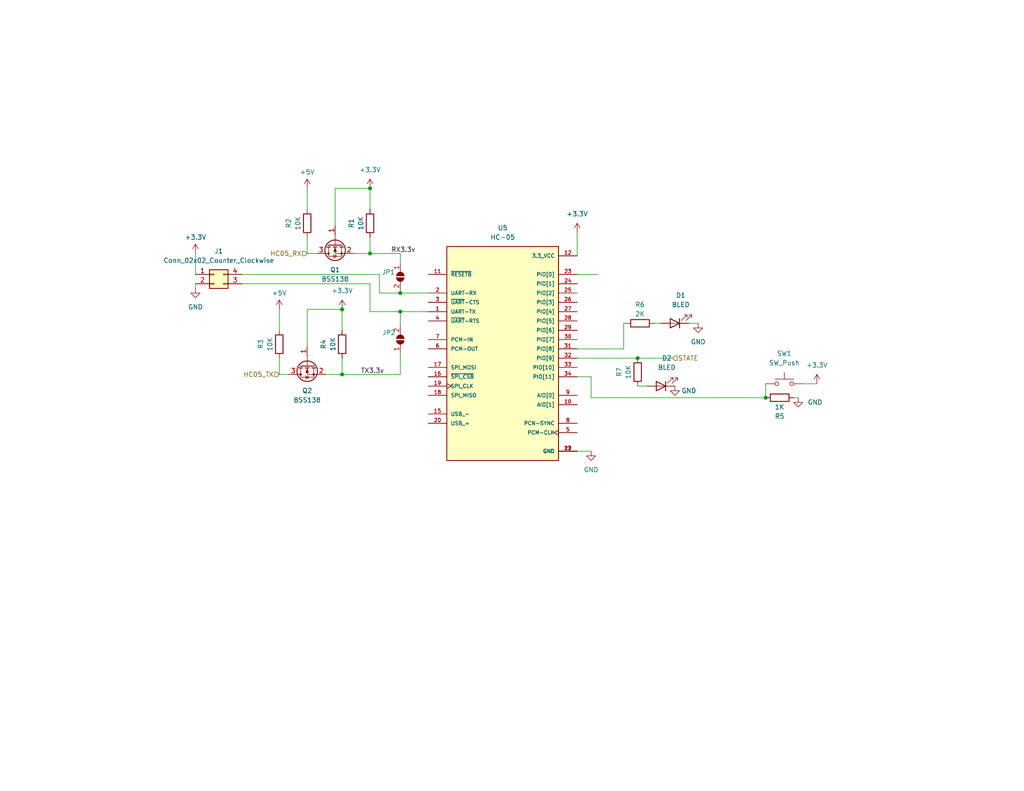
<source format=kicad_sch>
(kicad_sch (version 20230121) (generator eeschema)

  (uuid 500a00b2-0942-4dfa-baca-6678e37358e1)

  (paper "A")

  (lib_symbols
    (symbol "+3.3V_1" (power) (pin_names (offset 0)) (in_bom yes) (on_board yes)
      (property "Reference" "#PWR" (at 0 -3.81 0)
        (effects (font (size 1.27 1.27)) hide)
      )
      (property "Value" "+3.3V_1" (at 0 3.556 0)
        (effects (font (size 1.27 1.27)))
      )
      (property "Footprint" "" (at 0 0 0)
        (effects (font (size 1.27 1.27)) hide)
      )
      (property "Datasheet" "" (at 0 0 0)
        (effects (font (size 1.27 1.27)) hide)
      )
      (property "ki_keywords" "global power" (at 0 0 0)
        (effects (font (size 1.27 1.27)) hide)
      )
      (property "ki_description" "Power symbol creates a global label with name \"+3.3V\"" (at 0 0 0)
        (effects (font (size 1.27 1.27)) hide)
      )
      (symbol "+3.3V_1_0_1"
        (polyline
          (pts
            (xy -0.762 1.27)
            (xy 0 2.54)
          )
          (stroke (width 0) (type default))
          (fill (type none))
        )
        (polyline
          (pts
            (xy 0 0)
            (xy 0 2.54)
          )
          (stroke (width 0) (type default))
          (fill (type none))
        )
        (polyline
          (pts
            (xy 0 2.54)
            (xy 0.762 1.27)
          )
          (stroke (width 0) (type default))
          (fill (type none))
        )
      )
      (symbol "+3.3V_1_1_1"
        (pin power_in line (at 0 0 90) (length 0) hide
          (name "+3.3V" (effects (font (size 1.27 1.27))))
          (number "1" (effects (font (size 1.27 1.27))))
        )
      )
    )
    (symbol "Connector_Generic:Conn_02x02_Counter_Clockwise" (pin_names (offset 1.016) hide) (in_bom yes) (on_board yes)
      (property "Reference" "J" (at 1.27 2.54 0)
        (effects (font (size 1.27 1.27)))
      )
      (property "Value" "Conn_02x02_Counter_Clockwise" (at 1.27 -5.08 0)
        (effects (font (size 1.27 1.27)))
      )
      (property "Footprint" "" (at 0 0 0)
        (effects (font (size 1.27 1.27)) hide)
      )
      (property "Datasheet" "~" (at 0 0 0)
        (effects (font (size 1.27 1.27)) hide)
      )
      (property "ki_keywords" "connector" (at 0 0 0)
        (effects (font (size 1.27 1.27)) hide)
      )
      (property "ki_description" "Generic connector, double row, 02x02, counter clockwise pin numbering scheme (similar to DIP package numbering), script generated (kicad-library-utils/schlib/autogen/connector/)" (at 0 0 0)
        (effects (font (size 1.27 1.27)) hide)
      )
      (property "ki_fp_filters" "Connector*:*_2x??_*" (at 0 0 0)
        (effects (font (size 1.27 1.27)) hide)
      )
      (symbol "Conn_02x02_Counter_Clockwise_1_1"
        (rectangle (start -1.27 -2.413) (end 0 -2.667)
          (stroke (width 0.1524) (type default))
          (fill (type none))
        )
        (rectangle (start -1.27 0.127) (end 0 -0.127)
          (stroke (width 0.1524) (type default))
          (fill (type none))
        )
        (rectangle (start -1.27 1.27) (end 3.81 -3.81)
          (stroke (width 0.254) (type default))
          (fill (type background))
        )
        (rectangle (start 3.81 -2.413) (end 2.54 -2.667)
          (stroke (width 0.1524) (type default))
          (fill (type none))
        )
        (rectangle (start 3.81 0.127) (end 2.54 -0.127)
          (stroke (width 0.1524) (type default))
          (fill (type none))
        )
        (pin passive line (at -5.08 0 0) (length 3.81)
          (name "Pin_1" (effects (font (size 1.27 1.27))))
          (number "1" (effects (font (size 1.27 1.27))))
        )
        (pin passive line (at -5.08 -2.54 0) (length 3.81)
          (name "Pin_2" (effects (font (size 1.27 1.27))))
          (number "2" (effects (font (size 1.27 1.27))))
        )
        (pin passive line (at 7.62 -2.54 180) (length 3.81)
          (name "Pin_3" (effects (font (size 1.27 1.27))))
          (number "3" (effects (font (size 1.27 1.27))))
        )
        (pin passive line (at 7.62 0 180) (length 3.81)
          (name "Pin_4" (effects (font (size 1.27 1.27))))
          (number "4" (effects (font (size 1.27 1.27))))
        )
      )
    )
    (symbol "Device:LED" (pin_numbers hide) (pin_names (offset 1.016) hide) (in_bom yes) (on_board yes)
      (property "Reference" "D" (at 0 2.54 0)
        (effects (font (size 1.27 1.27)))
      )
      (property "Value" "LED" (at 0 -2.54 0)
        (effects (font (size 1.27 1.27)))
      )
      (property "Footprint" "" (at 0 0 0)
        (effects (font (size 1.27 1.27)) hide)
      )
      (property "Datasheet" "~" (at 0 0 0)
        (effects (font (size 1.27 1.27)) hide)
      )
      (property "ki_keywords" "LED diode" (at 0 0 0)
        (effects (font (size 1.27 1.27)) hide)
      )
      (property "ki_description" "Light emitting diode" (at 0 0 0)
        (effects (font (size 1.27 1.27)) hide)
      )
      (property "ki_fp_filters" "LED* LED_SMD:* LED_THT:*" (at 0 0 0)
        (effects (font (size 1.27 1.27)) hide)
      )
      (symbol "LED_0_1"
        (polyline
          (pts
            (xy -1.27 -1.27)
            (xy -1.27 1.27)
          )
          (stroke (width 0.254) (type default))
          (fill (type none))
        )
        (polyline
          (pts
            (xy -1.27 0)
            (xy 1.27 0)
          )
          (stroke (width 0) (type default))
          (fill (type none))
        )
        (polyline
          (pts
            (xy 1.27 -1.27)
            (xy 1.27 1.27)
            (xy -1.27 0)
            (xy 1.27 -1.27)
          )
          (stroke (width 0.254) (type default))
          (fill (type none))
        )
        (polyline
          (pts
            (xy -3.048 -0.762)
            (xy -4.572 -2.286)
            (xy -3.81 -2.286)
            (xy -4.572 -2.286)
            (xy -4.572 -1.524)
          )
          (stroke (width 0) (type default))
          (fill (type none))
        )
        (polyline
          (pts
            (xy -1.778 -0.762)
            (xy -3.302 -2.286)
            (xy -2.54 -2.286)
            (xy -3.302 -2.286)
            (xy -3.302 -1.524)
          )
          (stroke (width 0) (type default))
          (fill (type none))
        )
      )
      (symbol "LED_1_1"
        (pin passive line (at -3.81 0 0) (length 2.54)
          (name "K" (effects (font (size 1.27 1.27))))
          (number "1" (effects (font (size 1.27 1.27))))
        )
        (pin passive line (at 3.81 0 180) (length 2.54)
          (name "A" (effects (font (size 1.27 1.27))))
          (number "2" (effects (font (size 1.27 1.27))))
        )
      )
    )
    (symbol "Device:R" (pin_numbers hide) (pin_names (offset 0)) (in_bom yes) (on_board yes)
      (property "Reference" "R" (at 2.032 0 90)
        (effects (font (size 1.27 1.27)))
      )
      (property "Value" "R" (at 0 0 90)
        (effects (font (size 1.27 1.27)))
      )
      (property "Footprint" "" (at -1.778 0 90)
        (effects (font (size 1.27 1.27)) hide)
      )
      (property "Datasheet" "~" (at 0 0 0)
        (effects (font (size 1.27 1.27)) hide)
      )
      (property "ki_keywords" "R res resistor" (at 0 0 0)
        (effects (font (size 1.27 1.27)) hide)
      )
      (property "ki_description" "Resistor" (at 0 0 0)
        (effects (font (size 1.27 1.27)) hide)
      )
      (property "ki_fp_filters" "R_*" (at 0 0 0)
        (effects (font (size 1.27 1.27)) hide)
      )
      (symbol "R_0_1"
        (rectangle (start -1.016 -2.54) (end 1.016 2.54)
          (stroke (width 0.254) (type default))
          (fill (type none))
        )
      )
      (symbol "R_1_1"
        (pin passive line (at 0 3.81 270) (length 1.27)
          (name "~" (effects (font (size 1.27 1.27))))
          (number "1" (effects (font (size 1.27 1.27))))
        )
        (pin passive line (at 0 -3.81 90) (length 1.27)
          (name "~" (effects (font (size 1.27 1.27))))
          (number "2" (effects (font (size 1.27 1.27))))
        )
      )
    )
    (symbol "Jumper:SolderJumper_2_Open" (pin_names (offset 0) hide) (in_bom yes) (on_board yes)
      (property "Reference" "JP" (at 0 2.032 0)
        (effects (font (size 1.27 1.27)))
      )
      (property "Value" "SolderJumper_2_Open" (at 0 -2.54 0)
        (effects (font (size 1.27 1.27)))
      )
      (property "Footprint" "" (at 0 0 0)
        (effects (font (size 1.27 1.27)) hide)
      )
      (property "Datasheet" "~" (at 0 0 0)
        (effects (font (size 1.27 1.27)) hide)
      )
      (property "ki_keywords" "solder jumper SPST" (at 0 0 0)
        (effects (font (size 1.27 1.27)) hide)
      )
      (property "ki_description" "Solder Jumper, 2-pole, open" (at 0 0 0)
        (effects (font (size 1.27 1.27)) hide)
      )
      (property "ki_fp_filters" "SolderJumper*Open*" (at 0 0 0)
        (effects (font (size 1.27 1.27)) hide)
      )
      (symbol "SolderJumper_2_Open_0_1"
        (arc (start -0.254 1.016) (mid -1.2656 0) (end -0.254 -1.016)
          (stroke (width 0) (type default))
          (fill (type none))
        )
        (arc (start -0.254 1.016) (mid -1.2656 0) (end -0.254 -1.016)
          (stroke (width 0) (type default))
          (fill (type outline))
        )
        (polyline
          (pts
            (xy -0.254 1.016)
            (xy -0.254 -1.016)
          )
          (stroke (width 0) (type default))
          (fill (type none))
        )
        (polyline
          (pts
            (xy 0.254 1.016)
            (xy 0.254 -1.016)
          )
          (stroke (width 0) (type default))
          (fill (type none))
        )
        (arc (start 0.254 -1.016) (mid 1.2656 0) (end 0.254 1.016)
          (stroke (width 0) (type default))
          (fill (type none))
        )
        (arc (start 0.254 -1.016) (mid 1.2656 0) (end 0.254 1.016)
          (stroke (width 0) (type default))
          (fill (type outline))
        )
      )
      (symbol "SolderJumper_2_Open_1_1"
        (pin passive line (at -3.81 0 0) (length 2.54)
          (name "A" (effects (font (size 1.27 1.27))))
          (number "1" (effects (font (size 1.27 1.27))))
        )
        (pin passive line (at 3.81 0 180) (length 2.54)
          (name "B" (effects (font (size 1.27 1.27))))
          (number "2" (effects (font (size 1.27 1.27))))
        )
      )
    )
    (symbol "RF_Bluetooth:HC-05" (pin_names (offset 1.016)) (in_bom yes) (on_board yes)
      (property "Reference" "U" (at -15.24 31.115 0)
        (effects (font (size 1.27 1.27)) (justify left bottom))
      )
      (property "Value" "HC-05" (at -15.24 -30.48 0)
        (effects (font (size 1.27 1.27)) (justify left bottom))
      )
      (property "Footprint" "RF_Module:XCVR_HC-05" (at 49.53 -19.05 0)
        (effects (font (size 1.27 1.27)) (justify bottom) hide)
      )
      (property "Datasheet" "" (at 52.07 -26.67 0)
        (effects (font (size 1.27 1.27)) hide)
      )
      (property "MF" "ITead Studio" (at 71.12 -24.13 0)
        (effects (font (size 1.27 1.27)) (justify bottom) hide)
      )
      (property "Description" "\nBluetooth to Serial Port Module\n" (at 0 -46.99 0)
        (effects (font (size 1.27 1.27)) (justify bottom) hide)
      )
      (property "Package" "Module ITead Studio" (at 60.96 -10.16 0)
        (effects (font (size 1.27 1.27)) (justify bottom) hide)
      )
      (property "Price" "None" (at 0 -36.83 0)
        (effects (font (size 1.27 1.27)) (justify bottom) hide)
      )
      (property "STANDARD" "Manufacturer Recommendations" (at 33.02 -43.18 0)
        (effects (font (size 1.27 1.27)) (justify bottom) hide)
      )
      (property "PARTREV" "v1.0" (at 52.07 -26.67 0)
        (effects (font (size 1.27 1.27)) (justify bottom) hide)
      )
      (property "SnapEDA_Link" "https://www.snapeda.com/parts/HC-05/ITead+Studio/view-part/?ref=snap" (at -3.81 43.18 0)
        (effects (font (size 1.27 1.27)) (justify bottom) hide)
      )
      (property "MP" "HC-05" (at 0 31.75 0)
        (effects (font (size 1.27 1.27)) (justify bottom) hide)
      )
      (property "Availability" "Not in stock" (at 52.07 -33.02 0)
        (effects (font (size 1.27 1.27)) (justify bottom) hide)
      )
      (property "Check_prices" "ttps://www.snapeda.com/parts/HC-05/ITead+Studio/view-part/?ref=eda" (at 1.27 48.26 0)
        (effects (font (size 1.27 1.27)) (justify bottom) hide)
      )
      (symbol "HC-05_0_0"
        (rectangle (start -15.24 -27.94) (end 15.24 30.48)
          (stroke (width 0.254) (type default))
          (fill (type background))
        )
        (pin output line (at -20.32 12.7 0) (length 5.08)
          (name "UART-TX" (effects (font (size 1.016 1.016))))
          (number "1" (effects (font (size 1.016 1.016))))
        )
        (pin bidirectional line (at 20.32 -12.7 180) (length 5.08)
          (name "AIO[1]" (effects (font (size 1.016 1.016))))
          (number "10" (effects (font (size 1.016 1.016))))
        )
        (pin input line (at -20.32 22.86 0) (length 5.08)
          (name "~{RESETB}" (effects (font (size 1.016 1.016))))
          (number "11" (effects (font (size 1.016 1.016))))
        )
        (pin power_in line (at 20.32 27.94 180) (length 5.08)
          (name "3.3_VCC" (effects (font (size 1.016 1.016))))
          (number "12" (effects (font (size 1.016 1.016))))
        )
        (pin power_in line (at 20.32 -25.4 180) (length 5.08)
          (name "GND" (effects (font (size 1.016 1.016))))
          (number "13" (effects (font (size 1.016 1.016))))
        )
        (pin bidirectional line (at -20.32 -15.24 0) (length 5.08)
          (name "USB_-" (effects (font (size 1.016 1.016))))
          (number "15" (effects (font (size 1.016 1.016))))
        )
        (pin input line (at -20.32 -5.08 0) (length 5.08)
          (name "~{SPI_CSB}" (effects (font (size 1.016 1.016))))
          (number "16" (effects (font (size 1.016 1.016))))
        )
        (pin input line (at -20.32 -2.54 0) (length 5.08)
          (name "SPI_MOSI" (effects (font (size 1.016 1.016))))
          (number "17" (effects (font (size 1.016 1.016))))
        )
        (pin output line (at -20.32 -10.16 0) (length 5.08)
          (name "SPI_MISO" (effects (font (size 1.016 1.016))))
          (number "18" (effects (font (size 1.016 1.016))))
        )
        (pin input clock (at -20.32 -7.62 0) (length 5.08)
          (name "SPI_CLK" (effects (font (size 1.016 1.016))))
          (number "19" (effects (font (size 1.016 1.016))))
        )
        (pin input line (at -20.32 17.78 0) (length 5.08)
          (name "UART-RX" (effects (font (size 1.016 1.016))))
          (number "2" (effects (font (size 1.016 1.016))))
        )
        (pin bidirectional line (at -20.32 -17.78 0) (length 5.08)
          (name "USB_+" (effects (font (size 1.016 1.016))))
          (number "20" (effects (font (size 1.016 1.016))))
        )
        (pin power_in line (at 20.32 -25.4 180) (length 5.08)
          (name "GND" (effects (font (size 1.016 1.016))))
          (number "21" (effects (font (size 1.016 1.016))))
        )
        (pin power_in line (at 20.32 -25.4 180) (length 5.08)
          (name "GND" (effects (font (size 1.016 1.016))))
          (number "22" (effects (font (size 1.016 1.016))))
        )
        (pin bidirectional line (at 20.32 22.86 180) (length 5.08)
          (name "PIO[0]" (effects (font (size 1.016 1.016))))
          (number "23" (effects (font (size 1.016 1.016))))
        )
        (pin bidirectional line (at 20.32 20.32 180) (length 5.08)
          (name "PIO[1]" (effects (font (size 1.016 1.016))))
          (number "24" (effects (font (size 1.016 1.016))))
        )
        (pin bidirectional line (at 20.32 17.78 180) (length 5.08)
          (name "PIO[2]" (effects (font (size 1.016 1.016))))
          (number "25" (effects (font (size 1.016 1.016))))
        )
        (pin bidirectional line (at 20.32 15.24 180) (length 5.08)
          (name "PIO[3]" (effects (font (size 1.016 1.016))))
          (number "26" (effects (font (size 1.016 1.016))))
        )
        (pin bidirectional line (at 20.32 12.7 180) (length 5.08)
          (name "PIO[4]" (effects (font (size 1.016 1.016))))
          (number "27" (effects (font (size 1.016 1.016))))
        )
        (pin bidirectional line (at 20.32 10.16 180) (length 5.08)
          (name "PIO[5]" (effects (font (size 1.016 1.016))))
          (number "28" (effects (font (size 1.016 1.016))))
        )
        (pin bidirectional line (at 20.32 7.62 180) (length 5.08)
          (name "PIO[6]" (effects (font (size 1.016 1.016))))
          (number "29" (effects (font (size 1.016 1.016))))
        )
        (pin input line (at -20.32 15.24 0) (length 5.08)
          (name "~{UART}-CTS" (effects (font (size 1.016 1.016))))
          (number "3" (effects (font (size 1.016 1.016))))
        )
        (pin bidirectional line (at 20.32 5.08 180) (length 5.08)
          (name "PIO[7]" (effects (font (size 1.016 1.016))))
          (number "30" (effects (font (size 1.016 1.016))))
        )
        (pin bidirectional line (at 20.32 2.54 180) (length 5.08)
          (name "PIO[8]" (effects (font (size 1.016 1.016))))
          (number "31" (effects (font (size 1.016 1.016))))
        )
        (pin bidirectional line (at 20.32 0 180) (length 5.08)
          (name "PIO[9]" (effects (font (size 1.016 1.016))))
          (number "32" (effects (font (size 1.016 1.016))))
        )
        (pin bidirectional line (at 20.32 -2.54 180) (length 5.08)
          (name "PIO[10]" (effects (font (size 1.016 1.016))))
          (number "33" (effects (font (size 1.016 1.016))))
        )
        (pin bidirectional line (at 20.32 -5.08 180) (length 5.08)
          (name "PIO[11]" (effects (font (size 1.016 1.016))))
          (number "34" (effects (font (size 1.016 1.016))))
        )
        (pin output line (at -20.32 10.16 0) (length 5.08)
          (name "~{UART}-RTS" (effects (font (size 1.016 1.016))))
          (number "4" (effects (font (size 1.016 1.016))))
        )
        (pin bidirectional clock (at 20.32 -20.32 180) (length 5.08)
          (name "PCM-CLK" (effects (font (size 1.016 1.016))))
          (number "5" (effects (font (size 1.016 1.016))))
        )
        (pin output line (at -20.32 2.54 0) (length 5.08)
          (name "PCM-OUT" (effects (font (size 1.016 1.016))))
          (number "6" (effects (font (size 1.016 1.016))))
        )
        (pin input line (at -20.32 5.08 0) (length 5.08)
          (name "PCM-IN" (effects (font (size 1.016 1.016))))
          (number "7" (effects (font (size 1.016 1.016))))
        )
        (pin bidirectional line (at 20.32 -17.78 180) (length 5.08)
          (name "PCN-SYNC" (effects (font (size 1.016 1.016))))
          (number "8" (effects (font (size 1.016 1.016))))
        )
        (pin bidirectional line (at 20.32 -10.16 180) (length 5.08)
          (name "AIO[0]" (effects (font (size 1.016 1.016))))
          (number "9" (effects (font (size 1.016 1.016))))
        )
      )
    )
    (symbol "Switch:SW_Push" (pin_numbers hide) (pin_names (offset 1.016) hide) (in_bom yes) (on_board yes)
      (property "Reference" "SW" (at 1.27 2.54 0)
        (effects (font (size 1.27 1.27)) (justify left))
      )
      (property "Value" "SW_Push" (at 0 -1.524 0)
        (effects (font (size 1.27 1.27)))
      )
      (property "Footprint" "" (at 0 5.08 0)
        (effects (font (size 1.27 1.27)) hide)
      )
      (property "Datasheet" "~" (at 0 5.08 0)
        (effects (font (size 1.27 1.27)) hide)
      )
      (property "ki_keywords" "switch normally-open pushbutton push-button" (at 0 0 0)
        (effects (font (size 1.27 1.27)) hide)
      )
      (property "ki_description" "Push button switch, generic, two pins" (at 0 0 0)
        (effects (font (size 1.27 1.27)) hide)
      )
      (symbol "SW_Push_0_1"
        (circle (center -2.032 0) (radius 0.508)
          (stroke (width 0) (type default))
          (fill (type none))
        )
        (polyline
          (pts
            (xy 0 1.27)
            (xy 0 3.048)
          )
          (stroke (width 0) (type default))
          (fill (type none))
        )
        (polyline
          (pts
            (xy 2.54 1.27)
            (xy -2.54 1.27)
          )
          (stroke (width 0) (type default))
          (fill (type none))
        )
        (circle (center 2.032 0) (radius 0.508)
          (stroke (width 0) (type default))
          (fill (type none))
        )
        (pin passive line (at -5.08 0 0) (length 2.54)
          (name "1" (effects (font (size 1.27 1.27))))
          (number "1" (effects (font (size 1.27 1.27))))
        )
        (pin passive line (at 5.08 0 180) (length 2.54)
          (name "2" (effects (font (size 1.27 1.27))))
          (number "2" (effects (font (size 1.27 1.27))))
        )
      )
    )
    (symbol "Transistor_FET:BSS138" (pin_names hide) (in_bom yes) (on_board yes)
      (property "Reference" "Q" (at 5.08 1.905 0)
        (effects (font (size 1.27 1.27)) (justify left))
      )
      (property "Value" "BSS138" (at 5.08 0 0)
        (effects (font (size 1.27 1.27)) (justify left))
      )
      (property "Footprint" "Package_TO_SOT_SMD:SOT-23" (at 5.08 -1.905 0)
        (effects (font (size 1.27 1.27) italic) (justify left) hide)
      )
      (property "Datasheet" "https://www.onsemi.com/pub/Collateral/BSS138-D.PDF" (at 5.08 -3.81 0)
        (effects (font (size 1.27 1.27)) (justify left) hide)
      )
      (property "ki_keywords" "N-Channel MOSFET" (at 0 0 0)
        (effects (font (size 1.27 1.27)) hide)
      )
      (property "ki_description" "50V Vds, 0.22A Id, N-Channel MOSFET, SOT-23" (at 0 0 0)
        (effects (font (size 1.27 1.27)) hide)
      )
      (property "ki_fp_filters" "SOT?23*" (at 0 0 0)
        (effects (font (size 1.27 1.27)) hide)
      )
      (symbol "BSS138_0_1"
        (polyline
          (pts
            (xy 0.254 0)
            (xy -2.54 0)
          )
          (stroke (width 0) (type default))
          (fill (type none))
        )
        (polyline
          (pts
            (xy 0.254 1.905)
            (xy 0.254 -1.905)
          )
          (stroke (width 0.254) (type default))
          (fill (type none))
        )
        (polyline
          (pts
            (xy 0.762 -1.27)
            (xy 0.762 -2.286)
          )
          (stroke (width 0.254) (type default))
          (fill (type none))
        )
        (polyline
          (pts
            (xy 0.762 0.508)
            (xy 0.762 -0.508)
          )
          (stroke (width 0.254) (type default))
          (fill (type none))
        )
        (polyline
          (pts
            (xy 0.762 2.286)
            (xy 0.762 1.27)
          )
          (stroke (width 0.254) (type default))
          (fill (type none))
        )
        (polyline
          (pts
            (xy 2.54 2.54)
            (xy 2.54 1.778)
          )
          (stroke (width 0) (type default))
          (fill (type none))
        )
        (polyline
          (pts
            (xy 2.54 -2.54)
            (xy 2.54 0)
            (xy 0.762 0)
          )
          (stroke (width 0) (type default))
          (fill (type none))
        )
        (polyline
          (pts
            (xy 0.762 -1.778)
            (xy 3.302 -1.778)
            (xy 3.302 1.778)
            (xy 0.762 1.778)
          )
          (stroke (width 0) (type default))
          (fill (type none))
        )
        (polyline
          (pts
            (xy 1.016 0)
            (xy 2.032 0.381)
            (xy 2.032 -0.381)
            (xy 1.016 0)
          )
          (stroke (width 0) (type default))
          (fill (type outline))
        )
        (polyline
          (pts
            (xy 2.794 0.508)
            (xy 2.921 0.381)
            (xy 3.683 0.381)
            (xy 3.81 0.254)
          )
          (stroke (width 0) (type default))
          (fill (type none))
        )
        (polyline
          (pts
            (xy 3.302 0.381)
            (xy 2.921 -0.254)
            (xy 3.683 -0.254)
            (xy 3.302 0.381)
          )
          (stroke (width 0) (type default))
          (fill (type none))
        )
        (circle (center 1.651 0) (radius 2.794)
          (stroke (width 0.254) (type default))
          (fill (type none))
        )
        (circle (center 2.54 -1.778) (radius 0.254)
          (stroke (width 0) (type default))
          (fill (type outline))
        )
        (circle (center 2.54 1.778) (radius 0.254)
          (stroke (width 0) (type default))
          (fill (type outline))
        )
      )
      (symbol "BSS138_1_1"
        (pin input line (at -5.08 0 0) (length 2.54)
          (name "G" (effects (font (size 1.27 1.27))))
          (number "1" (effects (font (size 1.27 1.27))))
        )
        (pin passive line (at 2.54 -5.08 90) (length 2.54)
          (name "S" (effects (font (size 1.27 1.27))))
          (number "2" (effects (font (size 1.27 1.27))))
        )
        (pin passive line (at 2.54 5.08 270) (length 2.54)
          (name "D" (effects (font (size 1.27 1.27))))
          (number "3" (effects (font (size 1.27 1.27))))
        )
      )
    )
    (symbol "power:+3.3V" (power) (pin_names (offset 0)) (in_bom yes) (on_board yes)
      (property "Reference" "#PWR" (at 0 -3.81 0)
        (effects (font (size 1.27 1.27)) hide)
      )
      (property "Value" "+3.3V" (at 0 3.556 0)
        (effects (font (size 1.27 1.27)))
      )
      (property "Footprint" "" (at 0 0 0)
        (effects (font (size 1.27 1.27)) hide)
      )
      (property "Datasheet" "" (at 0 0 0)
        (effects (font (size 1.27 1.27)) hide)
      )
      (property "ki_keywords" "power-flag" (at 0 0 0)
        (effects (font (size 1.27 1.27)) hide)
      )
      (property "ki_description" "Power symbol creates a global label with name \"+3.3V\"" (at 0 0 0)
        (effects (font (size 1.27 1.27)) hide)
      )
      (symbol "+3.3V_0_1"
        (polyline
          (pts
            (xy -0.762 1.27)
            (xy 0 2.54)
          )
          (stroke (width 0) (type default))
          (fill (type none))
        )
        (polyline
          (pts
            (xy 0 0)
            (xy 0 2.54)
          )
          (stroke (width 0) (type default))
          (fill (type none))
        )
        (polyline
          (pts
            (xy 0 2.54)
            (xy 0.762 1.27)
          )
          (stroke (width 0) (type default))
          (fill (type none))
        )
      )
      (symbol "+3.3V_1_1"
        (pin power_in line (at 0 0 90) (length 0) hide
          (name "+3.3V" (effects (font (size 1.27 1.27))))
          (number "1" (effects (font (size 1.27 1.27))))
        )
      )
    )
    (symbol "power:+5V" (power) (pin_names (offset 0)) (in_bom yes) (on_board yes)
      (property "Reference" "#PWR" (at 0 -3.81 0)
        (effects (font (size 1.27 1.27)) hide)
      )
      (property "Value" "+5V" (at 0 3.556 0)
        (effects (font (size 1.27 1.27)))
      )
      (property "Footprint" "" (at 0 0 0)
        (effects (font (size 1.27 1.27)) hide)
      )
      (property "Datasheet" "" (at 0 0 0)
        (effects (font (size 1.27 1.27)) hide)
      )
      (property "ki_keywords" "global power" (at 0 0 0)
        (effects (font (size 1.27 1.27)) hide)
      )
      (property "ki_description" "Power symbol creates a global label with name \"+5V\"" (at 0 0 0)
        (effects (font (size 1.27 1.27)) hide)
      )
      (symbol "+5V_0_1"
        (polyline
          (pts
            (xy -0.762 1.27)
            (xy 0 2.54)
          )
          (stroke (width 0) (type default))
          (fill (type none))
        )
        (polyline
          (pts
            (xy 0 0)
            (xy 0 2.54)
          )
          (stroke (width 0) (type default))
          (fill (type none))
        )
        (polyline
          (pts
            (xy 0 2.54)
            (xy 0.762 1.27)
          )
          (stroke (width 0) (type default))
          (fill (type none))
        )
      )
      (symbol "+5V_1_1"
        (pin power_in line (at 0 0 90) (length 0) hide
          (name "+5V" (effects (font (size 1.27 1.27))))
          (number "1" (effects (font (size 1.27 1.27))))
        )
      )
    )
    (symbol "power:GND" (power) (pin_names (offset 0)) (in_bom yes) (on_board yes)
      (property "Reference" "#PWR" (at 0 -6.35 0)
        (effects (font (size 1.27 1.27)) hide)
      )
      (property "Value" "GND" (at 0 -3.81 0)
        (effects (font (size 1.27 1.27)))
      )
      (property "Footprint" "" (at 0 0 0)
        (effects (font (size 1.27 1.27)) hide)
      )
      (property "Datasheet" "" (at 0 0 0)
        (effects (font (size 1.27 1.27)) hide)
      )
      (property "ki_keywords" "power-flag" (at 0 0 0)
        (effects (font (size 1.27 1.27)) hide)
      )
      (property "ki_description" "Power symbol creates a global label with name \"GND\" , ground" (at 0 0 0)
        (effects (font (size 1.27 1.27)) hide)
      )
      (symbol "GND_0_1"
        (polyline
          (pts
            (xy 0 0)
            (xy 0 -1.27)
            (xy 1.27 -1.27)
            (xy 0 -2.54)
            (xy -1.27 -1.27)
            (xy 0 -1.27)
          )
          (stroke (width 0) (type default))
          (fill (type none))
        )
      )
      (symbol "GND_1_1"
        (pin power_in line (at 0 0 270) (length 0) hide
          (name "GND" (effects (font (size 1.27 1.27))))
          (number "1" (effects (font (size 1.27 1.27))))
        )
      )
    )
  )

  (junction (at 109.22 80.01) (diameter 0) (color 0 0 0 0)
    (uuid 4b458e07-e97d-467e-813b-43ed174cc628)
  )
  (junction (at 109.22 85.09) (diameter 0) (color 0 0 0 0)
    (uuid 85871480-c228-4ff8-a702-4f8f064c0ba0)
  )
  (junction (at 93.345 102.235) (diameter 0) (color 0 0 0 0)
    (uuid 935168e1-aa47-46c0-ba73-20383d6ed36c)
  )
  (junction (at 100.965 51.435) (diameter 0) (color 0 0 0 0)
    (uuid a20d736e-0954-4404-af5f-6ab9fbc257ed)
  )
  (junction (at 93.345 84.455) (diameter 0) (color 0 0 0 0)
    (uuid f052a701-3071-4f75-be03-5831fc0870ef)
  )
  (junction (at 173.99 97.79) (diameter 0) (color 0 0 0 0)
    (uuid f97ee229-81da-4baf-8c17-7412ed20cd23)
  )
  (junction (at 208.915 108.585) (diameter 0) (color 0 0 0 0)
    (uuid f99d2c50-2bcc-4865-9e34-05e7afeb59eb)
  )
  (junction (at 100.965 69.215) (diameter 0) (color 0 0 0 0)
    (uuid fa95f530-d918-4ed1-93c9-2522acf441be)
  )

  (wire (pts (xy 109.22 88.9) (xy 109.22 85.09))
    (stroke (width 0) (type default))
    (uuid 0420ed24-714c-4927-b55f-ceb4712498bf)
  )
  (wire (pts (xy 222.885 104.775) (xy 219.075 104.775))
    (stroke (width 0) (type default))
    (uuid 050dcb1f-977a-4d4c-89aa-0a7bab5853cc)
  )
  (wire (pts (xy 93.345 102.235) (xy 93.345 97.79))
    (stroke (width 0) (type default))
    (uuid 1c4ed523-2232-41d3-a2ce-c707654dd7c3)
  )
  (wire (pts (xy 66.04 74.93) (xy 103.505 74.93))
    (stroke (width 0) (type default))
    (uuid 1c533c8e-cfe1-4aac-97e5-ebfc45e7b877)
  )
  (wire (pts (xy 103.505 74.93) (xy 103.505 80.01))
    (stroke (width 0) (type default))
    (uuid 297adf76-a80d-4eca-aae7-f7cbe9e7421e)
  )
  (wire (pts (xy 109.22 102.235) (xy 109.22 96.52))
    (stroke (width 0) (type default))
    (uuid 42ae2910-425a-433f-91fa-0c6952d30ac5)
  )
  (wire (pts (xy 100.965 85.09) (xy 109.22 85.09))
    (stroke (width 0) (type default))
    (uuid 43402361-f3ac-44ad-ad27-f3e789a41de3)
  )
  (wire (pts (xy 161.29 102.87) (xy 157.48 102.87))
    (stroke (width 0) (type default))
    (uuid 46f8597a-fa6a-4b41-919f-4801c3c03909)
  )
  (wire (pts (xy 180.34 88.265) (xy 178.435 88.265))
    (stroke (width 0) (type default))
    (uuid 47d30d5d-018f-41fb-a5ee-19757f1fc330)
  )
  (wire (pts (xy 100.965 77.47) (xy 100.965 85.09))
    (stroke (width 0) (type default))
    (uuid 48091d65-7662-46f2-80ef-8c82de905291)
  )
  (wire (pts (xy 103.505 80.01) (xy 109.22 80.01))
    (stroke (width 0) (type default))
    (uuid 48827b8d-4d14-46a5-a066-083a074b4f5a)
  )
  (wire (pts (xy 161.29 123.19) (xy 157.48 123.19))
    (stroke (width 0) (type default))
    (uuid 48bf75d4-b2b5-49c6-b9d7-f20d6c43cd3c)
  )
  (wire (pts (xy 93.345 84.455) (xy 83.82 84.455))
    (stroke (width 0) (type default))
    (uuid 4ffb386f-ddce-4fbb-b415-7f5cabc1c716)
  )
  (wire (pts (xy 86.36 69.215) (xy 83.82 69.215))
    (stroke (width 0) (type default))
    (uuid 5270ef46-abfb-4df7-bf04-5c910feee288)
  )
  (wire (pts (xy 100.965 51.435) (xy 91.44 51.435))
    (stroke (width 0) (type default))
    (uuid 5949e135-0418-4251-9c10-38498b1fa053)
  )
  (wire (pts (xy 109.22 69.215) (xy 109.22 71.755))
    (stroke (width 0) (type default))
    (uuid 5dc14733-e5ea-47bd-a92d-42402a36b0d8)
  )
  (wire (pts (xy 183.515 97.79) (xy 173.99 97.79))
    (stroke (width 0) (type default))
    (uuid 5e301de4-305f-4b43-afb3-3d39a8a15e04)
  )
  (wire (pts (xy 83.82 84.455) (xy 83.82 94.615))
    (stroke (width 0) (type default))
    (uuid 5f01eba1-6f40-4db0-ac3f-7063c339a3ee)
  )
  (wire (pts (xy 100.965 69.215) (xy 109.22 69.215))
    (stroke (width 0) (type default))
    (uuid 6246d638-f7d1-4960-9193-69297f1ee7b6)
  )
  (wire (pts (xy 83.82 51.435) (xy 83.82 57.15))
    (stroke (width 0) (type default))
    (uuid 66e78945-8868-457c-944b-d252240a9ad2)
  )
  (wire (pts (xy 53.34 78.74) (xy 53.34 77.47))
    (stroke (width 0) (type default))
    (uuid 6a59c345-02a8-4ec7-867a-93cfc8b50c65)
  )
  (wire (pts (xy 190.5 88.265) (xy 187.96 88.265))
    (stroke (width 0) (type default))
    (uuid 748f1072-f4e5-4bea-bd41-e1448b3d839b)
  )
  (wire (pts (xy 217.805 108.585) (xy 216.535 108.585))
    (stroke (width 0) (type default))
    (uuid 75b24b8d-de45-456e-b1ae-e34dedde6f3a)
  )
  (wire (pts (xy 163.195 74.93) (xy 157.48 74.93))
    (stroke (width 0) (type default))
    (uuid 7d45f71a-b4aa-4f41-bd31-fff7e5937051)
  )
  (wire (pts (xy 91.44 51.435) (xy 91.44 61.595))
    (stroke (width 0) (type default))
    (uuid 80f6ea5f-1990-4dad-b477-d5f3a1babcf8)
  )
  (wire (pts (xy 161.29 108.585) (xy 161.29 102.87))
    (stroke (width 0) (type default))
    (uuid 84975480-1cc0-4c4d-a9c0-99b76c715724)
  )
  (wire (pts (xy 173.99 97.79) (xy 157.48 97.79))
    (stroke (width 0) (type default))
    (uuid 8b69b9bb-c230-4e4b-b3b5-4bd557aec0ff)
  )
  (wire (pts (xy 78.74 102.235) (xy 76.2 102.235))
    (stroke (width 0) (type default))
    (uuid 8b739dbe-42a1-493e-986f-2375b58bad6e)
  )
  (wire (pts (xy 109.22 80.01) (xy 116.84 80.01))
    (stroke (width 0) (type default))
    (uuid 92255307-4c18-4e90-988b-1ab266f9f92d)
  )
  (wire (pts (xy 176.53 105.41) (xy 173.99 105.41))
    (stroke (width 0) (type default))
    (uuid 944d9b2b-90d2-473d-af3d-1a674b2362df)
  )
  (wire (pts (xy 96.52 69.215) (xy 100.965 69.215))
    (stroke (width 0) (type default))
    (uuid 95760832-6d7a-4e33-b057-42c65a71f316)
  )
  (wire (pts (xy 93.345 102.235) (xy 109.22 102.235))
    (stroke (width 0) (type default))
    (uuid a19f5286-1e8a-4fa9-8643-153cf410bdf2)
  )
  (wire (pts (xy 157.48 69.85) (xy 157.48 63.5))
    (stroke (width 0) (type default))
    (uuid ad17f26a-12e4-4076-9a23-ab1598977440)
  )
  (wire (pts (xy 170.18 88.265) (xy 170.18 95.25))
    (stroke (width 0) (type default))
    (uuid ad59d3ed-0cf0-4d91-9406-fad846cd9d6e)
  )
  (wire (pts (xy 109.22 79.375) (xy 109.22 80.01))
    (stroke (width 0) (type default))
    (uuid adac6830-1964-40e3-b7df-a5ad4e8e1f7c)
  )
  (wire (pts (xy 109.22 85.09) (xy 116.84 85.09))
    (stroke (width 0) (type default))
    (uuid b513b84d-c65b-4484-9729-b33132eafeb1)
  )
  (wire (pts (xy 100.965 57.15) (xy 100.965 51.435))
    (stroke (width 0) (type default))
    (uuid c66e502a-bc04-417f-a16a-9e99aa59894f)
  )
  (wire (pts (xy 208.915 104.775) (xy 208.915 108.585))
    (stroke (width 0) (type default))
    (uuid cf049ca0-6c20-4346-a22e-b2f8354e96a6)
  )
  (wire (pts (xy 83.82 64.77) (xy 83.82 69.215))
    (stroke (width 0) (type default))
    (uuid d0f47ec9-23fc-4df7-baa2-201b2d6932c1)
  )
  (wire (pts (xy 157.48 95.25) (xy 170.18 95.25))
    (stroke (width 0) (type default))
    (uuid d12169fe-d698-4463-b089-e048e625a40b)
  )
  (wire (pts (xy 88.9 102.235) (xy 93.345 102.235))
    (stroke (width 0) (type default))
    (uuid dbb5d68b-bc79-4660-9ad4-4eeb5267b24b)
  )
  (wire (pts (xy 76.2 97.79) (xy 76.2 102.235))
    (stroke (width 0) (type default))
    (uuid dcba1b4d-c7bd-4174-8b3c-2e78c976b98c)
  )
  (wire (pts (xy 170.815 88.265) (xy 170.18 88.265))
    (stroke (width 0) (type default))
    (uuid eb21aeb7-b60e-4fa0-8f53-fdec43e909d1)
  )
  (wire (pts (xy 53.34 69.215) (xy 53.34 74.93))
    (stroke (width 0) (type default))
    (uuid f2a5b608-2140-47d7-9e33-ae96cbd5849a)
  )
  (wire (pts (xy 93.345 90.17) (xy 93.345 84.455))
    (stroke (width 0) (type default))
    (uuid f6952a37-3a97-4a8f-ac42-4278b624f55e)
  )
  (wire (pts (xy 100.965 69.215) (xy 100.965 64.77))
    (stroke (width 0) (type default))
    (uuid fa33a4ee-dfe6-418e-9622-ae6f206a71f9)
  )
  (wire (pts (xy 161.29 108.585) (xy 208.915 108.585))
    (stroke (width 0) (type default))
    (uuid fc8be2ac-9a7a-4b7e-a50d-66ac7ba27be5)
  )
  (wire (pts (xy 66.04 77.47) (xy 100.965 77.47))
    (stroke (width 0) (type default))
    (uuid fd8fb033-01af-4598-8259-21b4e41716de)
  )
  (wire (pts (xy 76.2 84.455) (xy 76.2 90.17))
    (stroke (width 0) (type default))
    (uuid fff6817e-de4a-437e-8bc8-ebd125612da1)
  )

  (label "RX3.3v" (at 106.68 69.215 0) (fields_autoplaced)
    (effects (font (size 1.27 1.27)) (justify left bottom))
    (uuid cd360f50-f931-49e8-80cf-ff2d9b2ae50b)
  )
  (label "TX3.3v" (at 98.425 102.235 0) (fields_autoplaced)
    (effects (font (size 1.27 1.27)) (justify left bottom))
    (uuid d433dcb3-c21f-4aa9-a395-71d8d83528bb)
  )

  (hierarchical_label "HC05_TX" (shape input) (at 76.2 102.235 180) (fields_autoplaced)
    (effects (font (size 1.27 1.27)) (justify right))
    (uuid 0e7a8430-6a76-4143-a235-648c645f6462)
  )
  (hierarchical_label "STATE" (shape input) (at 183.515 97.79 0) (fields_autoplaced)
    (effects (font (size 1.27 1.27)) (justify left))
    (uuid 5da90460-fc72-4c64-b554-9520a5599a9a)
  )
  (hierarchical_label "HC05_RX" (shape input) (at 83.82 69.215 180) (fields_autoplaced)
    (effects (font (size 1.27 1.27)) (justify right))
    (uuid f38bf3bd-d0e9-414b-91dc-de55623b9d7d)
  )

  (symbol (lib_id "Device:R") (at 212.725 108.585 90) (unit 1)
    (in_bom yes) (on_board yes) (dnp no)
    (uuid 18174ce0-6cd0-4c8e-b10d-e3302ed02e07)
    (property "Reference" "R5" (at 212.725 113.665 90)
      (effects (font (size 1.27 1.27)))
    )
    (property "Value" "1K" (at 212.725 111.125 90)
      (effects (font (size 1.27 1.27)))
    )
    (property "Footprint" "Resistor_SMD:R_0603_1608Metric_Pad0.98x0.95mm_HandSolder" (at 212.725 110.363 90)
      (effects (font (size 1.27 1.27)) hide)
    )
    (property "Datasheet" "~" (at 212.725 108.585 0)
      (effects (font (size 1.27 1.27)) hide)
    )
    (pin "1" (uuid 62a72e77-448f-4b3a-a2e1-95f96770412e))
    (pin "2" (uuid 7767882d-3fd8-4f54-97ba-9395d7c64a20))
    (instances
      (project "MATE ROV Float"
        (path "/94ef67f1-9fe5-4232-b8b5-71b9af9c1ba6/ee058dd3-2357-4b49-92fb-fb148941f26d"
          (reference "R5") (unit 1)
        )
      )
    )
  )

  (symbol (lib_name "+3.3V_1") (lib_id "power:+3.3V") (at 93.345 84.455 0) (unit 1)
    (in_bom yes) (on_board yes) (dnp no) (fields_autoplaced)
    (uuid 26fac831-525c-45b7-b35a-489d3a9ccfb4)
    (property "Reference" "#PWR04" (at 93.345 88.265 0)
      (effects (font (size 1.27 1.27)) hide)
    )
    (property "Value" "+3.3V" (at 93.345 79.375 0)
      (effects (font (size 1.27 1.27)))
    )
    (property "Footprint" "" (at 93.345 84.455 0)
      (effects (font (size 1.27 1.27)) hide)
    )
    (property "Datasheet" "" (at 93.345 84.455 0)
      (effects (font (size 1.27 1.27)) hide)
    )
    (pin "1" (uuid caa39184-b034-43ea-a7ab-552035c5bbc0))
    (instances
      (project "MATE ROV Float"
        (path "/94ef67f1-9fe5-4232-b8b5-71b9af9c1ba6/ee058dd3-2357-4b49-92fb-fb148941f26d"
          (reference "#PWR04") (unit 1)
        )
      )
    )
  )

  (symbol (lib_id "Device:R") (at 100.965 60.96 0) (mirror x) (unit 1)
    (in_bom yes) (on_board yes) (dnp no)
    (uuid 2c182ced-22e5-4aad-a4df-20d7fa7d3146)
    (property "Reference" "R1" (at 95.885 60.96 90)
      (effects (font (size 1.27 1.27)))
    )
    (property "Value" "10K" (at 98.425 60.96 90)
      (effects (font (size 1.27 1.27)))
    )
    (property "Footprint" "Resistor_SMD:R_0603_1608Metric_Pad0.98x0.95mm_HandSolder" (at 99.187 60.96 90)
      (effects (font (size 1.27 1.27)) hide)
    )
    (property "Datasheet" "~" (at 100.965 60.96 0)
      (effects (font (size 1.27 1.27)) hide)
    )
    (pin "1" (uuid 5105918d-2168-42aa-8ca4-22fa66edcbe9))
    (pin "2" (uuid 6f92e084-f6c0-427a-bf13-2b7daf3a207d))
    (instances
      (project "MATE ROV Float"
        (path "/94ef67f1-9fe5-4232-b8b5-71b9af9c1ba6/ee058dd3-2357-4b49-92fb-fb148941f26d"
          (reference "R1") (unit 1)
        )
      )
    )
  )

  (symbol (lib_id "power:GND") (at 190.5 88.265 0) (unit 1)
    (in_bom yes) (on_board yes) (dnp no) (fields_autoplaced)
    (uuid 2e474c18-4054-40b3-8a63-368c47bddb72)
    (property "Reference" "#PWR09" (at 190.5 94.615 0)
      (effects (font (size 1.27 1.27)) hide)
    )
    (property "Value" "GND" (at 190.5 93.345 0)
      (effects (font (size 1.27 1.27)))
    )
    (property "Footprint" "" (at 190.5 88.265 0)
      (effects (font (size 1.27 1.27)) hide)
    )
    (property "Datasheet" "" (at 190.5 88.265 0)
      (effects (font (size 1.27 1.27)) hide)
    )
    (pin "1" (uuid 55ebac3e-9be8-4c57-8f78-cfd2b2c328b4))
    (instances
      (project "MATE ROV Float"
        (path "/94ef67f1-9fe5-4232-b8b5-71b9af9c1ba6/ee058dd3-2357-4b49-92fb-fb148941f26d"
          (reference "#PWR09") (unit 1)
        )
      )
    )
  )

  (symbol (lib_id "power:GND") (at 184.15 105.41 0) (unit 1)
    (in_bom yes) (on_board yes) (dnp no)
    (uuid 3633ccaa-c04a-4b48-aa51-d7d253af4fcf)
    (property "Reference" "#PWR010" (at 184.15 111.76 0)
      (effects (font (size 1.27 1.27)) hide)
    )
    (property "Value" "GND" (at 187.96 106.68 0)
      (effects (font (size 1.27 1.27)))
    )
    (property "Footprint" "" (at 184.15 105.41 0)
      (effects (font (size 1.27 1.27)) hide)
    )
    (property "Datasheet" "" (at 184.15 105.41 0)
      (effects (font (size 1.27 1.27)) hide)
    )
    (pin "1" (uuid d83441e1-f974-4dd2-80c2-682ae335b74d))
    (instances
      (project "MATE ROV Float"
        (path "/94ef67f1-9fe5-4232-b8b5-71b9af9c1ba6/ee058dd3-2357-4b49-92fb-fb148941f26d"
          (reference "#PWR010") (unit 1)
        )
      )
    )
  )

  (symbol (lib_id "Jumper:SolderJumper_2_Open") (at 109.22 75.565 270) (unit 1)
    (in_bom yes) (on_board yes) (dnp no)
    (uuid 42f7442e-5c21-4011-8af9-828f41846b6b)
    (property "Reference" "JP1" (at 104.14 74.295 90)
      (effects (font (size 1.27 1.27)) (justify left))
    )
    (property "Value" "SolderJumper_2_Open" (at 111.125 76.835 90)
      (effects (font (size 1.27 1.27)) (justify left) hide)
    )
    (property "Footprint" "Jumper:SolderJumper-2_P1.3mm_Open_RoundedPad1.0x1.5mm" (at 109.22 75.565 0)
      (effects (font (size 1.27 1.27)) hide)
    )
    (property "Datasheet" "~" (at 109.22 75.565 0)
      (effects (font (size 1.27 1.27)) hide)
    )
    (pin "2" (uuid 55a729e8-8b36-450e-aaa9-ec4ea019cf4b))
    (pin "1" (uuid d689dc96-a253-46f5-bb73-c8697fcbc277))
    (instances
      (project "MATE ROV Float"
        (path "/94ef67f1-9fe5-4232-b8b5-71b9af9c1ba6/ee058dd3-2357-4b49-92fb-fb148941f26d"
          (reference "JP1") (unit 1)
        )
      )
    )
  )

  (symbol (lib_id "Connector_Generic:Conn_02x02_Counter_Clockwise") (at 58.42 74.93 0) (unit 1)
    (in_bom yes) (on_board yes) (dnp no) (fields_autoplaced)
    (uuid 4d627b64-041d-4f89-a20d-3f0236266fe6)
    (property "Reference" "J1" (at 59.69 68.58 0)
      (effects (font (size 1.27 1.27)))
    )
    (property "Value" "Conn_02x02_Counter_Clockwise" (at 59.69 71.12 0)
      (effects (font (size 1.27 1.27)))
    )
    (property "Footprint" "Connector_PinHeader_2.54mm:PinHeader_2x02_P2.54mm_Vertical" (at 58.42 74.93 0)
      (effects (font (size 1.27 1.27)) hide)
    )
    (property "Datasheet" "~" (at 58.42 74.93 0)
      (effects (font (size 1.27 1.27)) hide)
    )
    (pin "2" (uuid efb95021-371c-4030-ac24-d0033d777b50))
    (pin "3" (uuid fa7d87c1-cda2-4c9c-b260-fa3f71f35613))
    (pin "1" (uuid a60e8408-5603-4b23-879a-30ecd8585e80))
    (pin "4" (uuid 941178d2-fa75-4d82-b7ba-374e2672996a))
    (instances
      (project "MATE ROV Float"
        (path "/94ef67f1-9fe5-4232-b8b5-71b9af9c1ba6/ee058dd3-2357-4b49-92fb-fb148941f26d"
          (reference "J1") (unit 1)
        )
      )
    )
  )

  (symbol (lib_id "Device:R") (at 83.82 60.96 0) (mirror x) (unit 1)
    (in_bom yes) (on_board yes) (dnp no)
    (uuid 594e2b3c-deff-420a-b4aa-9e27691f4fd8)
    (property "Reference" "R2" (at 78.74 60.96 90)
      (effects (font (size 1.27 1.27)))
    )
    (property "Value" "10K" (at 81.28 60.96 90)
      (effects (font (size 1.27 1.27)))
    )
    (property "Footprint" "Resistor_SMD:R_0603_1608Metric_Pad0.98x0.95mm_HandSolder" (at 82.042 60.96 90)
      (effects (font (size 1.27 1.27)) hide)
    )
    (property "Datasheet" "~" (at 83.82 60.96 0)
      (effects (font (size 1.27 1.27)) hide)
    )
    (pin "1" (uuid b4960d63-d861-4d08-a814-f04ebed8582e))
    (pin "2" (uuid 0107de99-b571-4a9c-8fdd-39ab92b8fdf7))
    (instances
      (project "MATE ROV Float"
        (path "/94ef67f1-9fe5-4232-b8b5-71b9af9c1ba6/ee058dd3-2357-4b49-92fb-fb148941f26d"
          (reference "R2") (unit 1)
        )
      )
    )
  )

  (symbol (lib_id "power:GND") (at 53.34 78.74 0) (unit 1)
    (in_bom yes) (on_board yes) (dnp no) (fields_autoplaced)
    (uuid 5fb45b8e-c81f-4292-908a-2b3c7a024a24)
    (property "Reference" "#PWR08" (at 53.34 85.09 0)
      (effects (font (size 1.27 1.27)) hide)
    )
    (property "Value" "GND" (at 53.34 83.82 0)
      (effects (font (size 1.27 1.27)))
    )
    (property "Footprint" "" (at 53.34 78.74 0)
      (effects (font (size 1.27 1.27)) hide)
    )
    (property "Datasheet" "" (at 53.34 78.74 0)
      (effects (font (size 1.27 1.27)) hide)
    )
    (pin "1" (uuid 84d562fd-b013-4a11-b9ed-2380601cf67f))
    (instances
      (project "MATE ROV Float"
        (path "/94ef67f1-9fe5-4232-b8b5-71b9af9c1ba6/ee058dd3-2357-4b49-92fb-fb148941f26d"
          (reference "#PWR08") (unit 1)
        )
      )
    )
  )

  (symbol (lib_id "RF_Bluetooth:HC-05") (at 137.16 97.79 0) (unit 1)
    (in_bom yes) (on_board yes) (dnp no) (fields_autoplaced)
    (uuid 79664119-e599-4b03-b26d-f93ab45d4103)
    (property "Reference" "U5" (at 137.16 62.23 0)
      (effects (font (size 1.27 1.27)))
    )
    (property "Value" "HC-05" (at 137.16 64.77 0)
      (effects (font (size 1.27 1.27)))
    )
    (property "Footprint" "RF_Module:XCVR_HC-05" (at 186.69 116.84 0)
      (effects (font (size 1.27 1.27)) (justify bottom) hide)
    )
    (property "Datasheet" "" (at 189.23 124.46 0)
      (effects (font (size 1.27 1.27)) hide)
    )
    (property "MF" "ITead Studio" (at 208.28 121.92 0)
      (effects (font (size 1.27 1.27)) (justify bottom) hide)
    )
    (property "Description" "\nBluetooth to Serial Port Module\n" (at 137.16 144.78 0)
      (effects (font (size 1.27 1.27)) (justify bottom) hide)
    )
    (property "Package" "Module ITead Studio" (at 198.12 107.95 0)
      (effects (font (size 1.27 1.27)) (justify bottom) hide)
    )
    (property "Price" "None" (at 137.16 134.62 0)
      (effects (font (size 1.27 1.27)) (justify bottom) hide)
    )
    (property "STANDARD" "Manufacturer Recommendations" (at 170.18 140.97 0)
      (effects (font (size 1.27 1.27)) (justify bottom) hide)
    )
    (property "PARTREV" "v1.0" (at 189.23 124.46 0)
      (effects (font (size 1.27 1.27)) (justify bottom) hide)
    )
    (property "SnapEDA_Link" "https://www.snapeda.com/parts/HC-05/ITead+Studio/view-part/?ref=snap" (at 133.35 54.61 0)
      (effects (font (size 1.27 1.27)) (justify bottom) hide)
    )
    (property "MP" "HC-05" (at 137.16 66.04 0)
      (effects (font (size 1.27 1.27)) (justify bottom) hide)
    )
    (property "Availability" "Not in stock" (at 189.23 130.81 0)
      (effects (font (size 1.27 1.27)) (justify bottom) hide)
    )
    (property "Check_prices" "ttps://www.snapeda.com/parts/HC-05/ITead+Studio/view-part/?ref=eda" (at 138.43 49.53 0)
      (effects (font (size 1.27 1.27)) (justify bottom) hide)
    )
    (pin "1" (uuid 91393aa8-371e-4702-9322-7c94106ba87e))
    (pin "10" (uuid 66a01744-ed95-4874-9fa2-b6c5a652cdbb))
    (pin "11" (uuid c2f44720-1bc9-4f9e-9914-792e60ef8668))
    (pin "12" (uuid d8ec2b99-4f4d-4ce0-a46a-49f5abd1048e))
    (pin "13" (uuid 4ab66f0c-0f58-4c12-9355-ff46e238d9e6))
    (pin "15" (uuid 3899ae30-af39-44d3-8b53-0381d3e7db77))
    (pin "16" (uuid 99b57e47-2c8d-4abd-ac01-3c517688f0d8))
    (pin "17" (uuid be097b49-a51e-4441-a844-334936ac301b))
    (pin "18" (uuid aa047d6c-760d-4f90-b214-35bc3e43377b))
    (pin "19" (uuid fd0a5c82-0163-434c-aade-46fa936194e2))
    (pin "2" (uuid 853440dc-a1c5-481b-bbd9-8a6d02ce603d))
    (pin "20" (uuid e4f6e638-18b8-4166-8600-dbdbd41f175c))
    (pin "21" (uuid 885a88eb-b3c6-4845-9757-9cde65840fc6))
    (pin "22" (uuid ac3fc47c-9465-4db0-924e-12c735bdc7c6))
    (pin "23" (uuid 5f930719-b460-4d75-a647-f9fdc5401d63))
    (pin "24" (uuid 1ac2691d-95ab-4c82-b1bb-2e5a2cb05696))
    (pin "25" (uuid 9dff4e53-66a4-4e21-8cff-e87164ec08ab))
    (pin "26" (uuid 22b905f0-4a27-4e8e-8cb4-719b7e5b5499))
    (pin "27" (uuid 41eee317-8d30-4065-ae06-a7e48c229923))
    (pin "28" (uuid 7b67a0ce-298b-499a-9c75-b04214c138bc))
    (pin "29" (uuid 84cb56d4-1b86-46e1-9e99-2b7f12e62b82))
    (pin "3" (uuid a1948237-b37e-4af9-8512-35e3f2bb4cc3))
    (pin "30" (uuid b5fec1de-3670-4fb1-b62c-db24f96301a5))
    (pin "31" (uuid 50cc7c0a-57a6-444f-9e5f-e10e4730ef18))
    (pin "32" (uuid 8089364b-23c4-436f-93d1-225fa244ff89))
    (pin "33" (uuid 8f28268f-7930-4e0e-9d75-575f3efacc44))
    (pin "34" (uuid c902f9da-137e-4bcc-ae8d-c3a800a6e9e1))
    (pin "4" (uuid a54afe1b-6882-4d40-8822-cda5a8af1e51))
    (pin "5" (uuid 361305c1-cb3c-4633-ab83-50bf925cf346))
    (pin "6" (uuid e5f262ec-afda-4dd0-b9c7-14789a81bf14))
    (pin "7" (uuid 795b5cae-5cbd-4fdd-8687-2affe4b38e3e))
    (pin "8" (uuid dec524ae-accd-4555-a3b9-42bd934aa5e8))
    (pin "9" (uuid 5e4e4d8d-8aef-48df-8e0f-af2627e98c68))
    (instances
      (project "MATE ROV Float"
        (path "/94ef67f1-9fe5-4232-b8b5-71b9af9c1ba6/ee058dd3-2357-4b49-92fb-fb148941f26d"
          (reference "U5") (unit 1)
        )
      )
    )
  )

  (symbol (lib_id "Device:LED") (at 184.15 88.265 180) (unit 1)
    (in_bom yes) (on_board yes) (dnp no) (fields_autoplaced)
    (uuid 7c9c8d3d-93ec-47a6-9e83-9882d9c9730d)
    (property "Reference" "D1" (at 185.7375 80.645 0)
      (effects (font (size 1.27 1.27)))
    )
    (property "Value" "BLED" (at 185.7375 83.185 0)
      (effects (font (size 1.27 1.27)))
    )
    (property "Footprint" "LED_SMD:LED_0603_1608Metric_Pad1.05x0.95mm_HandSolder" (at 184.15 88.265 0)
      (effects (font (size 1.27 1.27)) hide)
    )
    (property "Datasheet" "~" (at 184.15 88.265 0)
      (effects (font (size 1.27 1.27)) hide)
    )
    (pin "1" (uuid 816ac45e-5e37-40bc-a5d1-29e616a8d345))
    (pin "2" (uuid 68321113-4c85-45bb-bbc4-f7d52178e3cb))
    (instances
      (project "MATE ROV Float"
        (path "/94ef67f1-9fe5-4232-b8b5-71b9af9c1ba6/ee058dd3-2357-4b49-92fb-fb148941f26d"
          (reference "D1") (unit 1)
        )
      )
    )
  )

  (symbol (lib_name "+3.3V_1") (lib_id "power:+3.3V") (at 53.34 69.215 0) (unit 1)
    (in_bom yes) (on_board yes) (dnp no)
    (uuid 89eccf4f-2903-4e84-bc1f-7d43983169e6)
    (property "Reference" "#PWR07" (at 53.34 73.025 0)
      (effects (font (size 1.27 1.27)) hide)
    )
    (property "Value" "+3.3V" (at 53.34 64.77 0)
      (effects (font (size 1.27 1.27)))
    )
    (property "Footprint" "" (at 53.34 69.215 0)
      (effects (font (size 1.27 1.27)) hide)
    )
    (property "Datasheet" "" (at 53.34 69.215 0)
      (effects (font (size 1.27 1.27)) hide)
    )
    (pin "1" (uuid e3e2389f-e1b3-41e5-ae28-96a860575db3))
    (instances
      (project "MATE ROV Float"
        (path "/94ef67f1-9fe5-4232-b8b5-71b9af9c1ba6/ee058dd3-2357-4b49-92fb-fb148941f26d"
          (reference "#PWR07") (unit 1)
        )
      )
    )
  )

  (symbol (lib_id "power:+3.3V") (at 222.885 104.775 0) (unit 1)
    (in_bom yes) (on_board yes) (dnp no) (fields_autoplaced)
    (uuid 910c869d-4f26-4f52-b927-4f047dc08cec)
    (property "Reference" "#PWR06" (at 222.885 108.585 0)
      (effects (font (size 1.27 1.27)) hide)
    )
    (property "Value" "+3.3V" (at 222.885 99.695 0)
      (effects (font (size 1.27 1.27)))
    )
    (property "Footprint" "" (at 222.885 104.775 0)
      (effects (font (size 1.27 1.27)) hide)
    )
    (property "Datasheet" "" (at 222.885 104.775 0)
      (effects (font (size 1.27 1.27)) hide)
    )
    (pin "1" (uuid 5257488f-a90d-4047-b284-e00186fb41c5))
    (instances
      (project "MATE ROV Float"
        (path "/94ef67f1-9fe5-4232-b8b5-71b9af9c1ba6/ee058dd3-2357-4b49-92fb-fb148941f26d"
          (reference "#PWR06") (unit 1)
        )
      )
    )
  )

  (symbol (lib_id "power:+5V") (at 83.82 51.435 0) (unit 1)
    (in_bom yes) (on_board yes) (dnp no) (fields_autoplaced)
    (uuid 9245879c-7fc9-477e-a463-723cf3dd6d7a)
    (property "Reference" "#PWR02" (at 83.82 55.245 0)
      (effects (font (size 1.27 1.27)) hide)
    )
    (property "Value" "+5V" (at 83.82 46.99 0)
      (effects (font (size 1.27 1.27)))
    )
    (property "Footprint" "" (at 83.82 51.435 0)
      (effects (font (size 1.27 1.27)) hide)
    )
    (property "Datasheet" "" (at 83.82 51.435 0)
      (effects (font (size 1.27 1.27)) hide)
    )
    (pin "1" (uuid c1b6d813-c48a-40fd-9689-9155ffcd7f09))
    (instances
      (project "MATE ROV Float"
        (path "/94ef67f1-9fe5-4232-b8b5-71b9af9c1ba6/ee058dd3-2357-4b49-92fb-fb148941f26d"
          (reference "#PWR02") (unit 1)
        )
      )
    )
  )

  (symbol (lib_name "+3.3V_1") (lib_id "power:+3.3V") (at 100.965 51.435 0) (unit 1)
    (in_bom yes) (on_board yes) (dnp no) (fields_autoplaced)
    (uuid 9a0a32c4-0e55-43ec-ae4a-a7d64297e827)
    (property "Reference" "#PWR01" (at 100.965 55.245 0)
      (effects (font (size 1.27 1.27)) hide)
    )
    (property "Value" "+3.3V" (at 100.965 46.355 0)
      (effects (font (size 1.27 1.27)))
    )
    (property "Footprint" "" (at 100.965 51.435 0)
      (effects (font (size 1.27 1.27)) hide)
    )
    (property "Datasheet" "" (at 100.965 51.435 0)
      (effects (font (size 1.27 1.27)) hide)
    )
    (pin "1" (uuid 074e272b-02fd-461f-a1e4-4579e832b166))
    (instances
      (project "MATE ROV Float"
        (path "/94ef67f1-9fe5-4232-b8b5-71b9af9c1ba6/ee058dd3-2357-4b49-92fb-fb148941f26d"
          (reference "#PWR01") (unit 1)
        )
      )
    )
  )

  (symbol (lib_id "Transistor_FET:BSS138") (at 83.82 99.695 90) (mirror x) (unit 1)
    (in_bom yes) (on_board yes) (dnp no) (fields_autoplaced)
    (uuid b39d287c-d24e-4c00-827c-f2b8b771e371)
    (property "Reference" "Q2" (at 83.82 106.68 90)
      (effects (font (size 1.27 1.27)))
    )
    (property "Value" "BSS138" (at 83.82 109.22 90)
      (effects (font (size 1.27 1.27)))
    )
    (property "Footprint" "Package_TO_SOT_SMD:SOT-23" (at 85.725 104.775 0)
      (effects (font (size 1.27 1.27) italic) (justify left) hide)
    )
    (property "Datasheet" "https://www.onsemi.com/pub/Collateral/BSS138-D.PDF" (at 87.63 104.775 0)
      (effects (font (size 1.27 1.27)) (justify left) hide)
    )
    (pin "1" (uuid a62f780d-75bc-4a15-9f9e-18a462d741fb))
    (pin "2" (uuid a083c37f-e464-4404-b97a-2f08ff107bdd))
    (pin "3" (uuid fe7b37bd-8040-4a08-8466-aadcfa52af9c))
    (instances
      (project "MATE ROV Float"
        (path "/94ef67f1-9fe5-4232-b8b5-71b9af9c1ba6/ee058dd3-2357-4b49-92fb-fb148941f26d"
          (reference "Q2") (unit 1)
        )
      )
    )
  )

  (symbol (lib_id "power:+3.3V") (at 157.48 63.5 0) (unit 1)
    (in_bom yes) (on_board yes) (dnp no) (fields_autoplaced)
    (uuid b5baf843-63a0-45c9-9677-b5bf426ea65e)
    (property "Reference" "#PWR0112" (at 157.48 67.31 0)
      (effects (font (size 1.27 1.27)) hide)
    )
    (property "Value" "+3.3V" (at 157.48 58.42 0)
      (effects (font (size 1.27 1.27)))
    )
    (property "Footprint" "" (at 157.48 63.5 0)
      (effects (font (size 1.27 1.27)) hide)
    )
    (property "Datasheet" "" (at 157.48 63.5 0)
      (effects (font (size 1.27 1.27)) hide)
    )
    (pin "1" (uuid 0f8967ed-5034-4ccd-be70-372d2079f911))
    (instances
      (project "MATE ROV Float"
        (path "/94ef67f1-9fe5-4232-b8b5-71b9af9c1ba6/ee058dd3-2357-4b49-92fb-fb148941f26d"
          (reference "#PWR0112") (unit 1)
        )
      )
    )
  )

  (symbol (lib_id "Switch:SW_Push") (at 213.995 104.775 0) (unit 1)
    (in_bom yes) (on_board yes) (dnp no) (fields_autoplaced)
    (uuid bbf9757f-1269-4b00-83f3-c6fee09b1158)
    (property "Reference" "SW1" (at 213.995 96.52 0)
      (effects (font (size 1.27 1.27)))
    )
    (property "Value" "SW_Push" (at 213.995 99.06 0)
      (effects (font (size 1.27 1.27)))
    )
    (property "Footprint" "Button_Switch_SMD:PTS526" (at 213.995 99.695 0)
      (effects (font (size 1.27 1.27)) hide)
    )
    (property "Datasheet" "~" (at 213.995 99.695 0)
      (effects (font (size 1.27 1.27)) hide)
    )
    (pin "1" (uuid ca70d860-5f6c-40fb-9ddc-9c0f7d31e4d5))
    (pin "2" (uuid a9e491af-78b1-44ea-8359-d8fb8b1c044f))
    (instances
      (project "MATE ROV Float"
        (path "/94ef67f1-9fe5-4232-b8b5-71b9af9c1ba6/ee058dd3-2357-4b49-92fb-fb148941f26d"
          (reference "SW1") (unit 1)
        )
      )
    )
  )

  (symbol (lib_id "power:+5V") (at 76.2 84.455 0) (unit 1)
    (in_bom yes) (on_board yes) (dnp no) (fields_autoplaced)
    (uuid c7045c21-c375-48d6-bc09-a1bd630018b2)
    (property "Reference" "#PWR03" (at 76.2 88.265 0)
      (effects (font (size 1.27 1.27)) hide)
    )
    (property "Value" "+5V" (at 76.2 80.01 0)
      (effects (font (size 1.27 1.27)))
    )
    (property "Footprint" "" (at 76.2 84.455 0)
      (effects (font (size 1.27 1.27)) hide)
    )
    (property "Datasheet" "" (at 76.2 84.455 0)
      (effects (font (size 1.27 1.27)) hide)
    )
    (pin "1" (uuid f0ee93a0-5564-4b29-b081-e29dd5cb9c53))
    (instances
      (project "MATE ROV Float"
        (path "/94ef67f1-9fe5-4232-b8b5-71b9af9c1ba6/ee058dd3-2357-4b49-92fb-fb148941f26d"
          (reference "#PWR03") (unit 1)
        )
      )
    )
  )

  (symbol (lib_id "power:GND") (at 217.805 108.585 0) (unit 1)
    (in_bom yes) (on_board yes) (dnp no) (fields_autoplaced)
    (uuid c75999ca-dd7e-48d8-af71-23548459d402)
    (property "Reference" "#PWR05" (at 217.805 114.935 0)
      (effects (font (size 1.27 1.27)) hide)
    )
    (property "Value" "GND" (at 220.345 109.8549 0)
      (effects (font (size 1.27 1.27)) (justify left))
    )
    (property "Footprint" "" (at 217.805 108.585 0)
      (effects (font (size 1.27 1.27)) hide)
    )
    (property "Datasheet" "" (at 217.805 108.585 0)
      (effects (font (size 1.27 1.27)) hide)
    )
    (pin "1" (uuid a9be6676-09d1-419d-a21e-fe7e83365a08))
    (instances
      (project "MATE ROV Float"
        (path "/94ef67f1-9fe5-4232-b8b5-71b9af9c1ba6/ee058dd3-2357-4b49-92fb-fb148941f26d"
          (reference "#PWR05") (unit 1)
        )
      )
    )
  )

  (symbol (lib_id "Jumper:SolderJumper_2_Open") (at 109.22 92.71 90) (unit 1)
    (in_bom yes) (on_board yes) (dnp no)
    (uuid d71a8bfa-aa09-4edc-a4d4-e7692c283f72)
    (property "Reference" "JP2" (at 107.95 90.805 90)
      (effects (font (size 1.27 1.27)) (justify left))
    )
    (property "Value" "SolderJumper_2_Open" (at 107.315 91.44 90)
      (effects (font (size 1.27 1.27)) (justify left) hide)
    )
    (property "Footprint" "Jumper:SolderJumper-2_P1.3mm_Open_RoundedPad1.0x1.5mm" (at 109.22 92.71 0)
      (effects (font (size 1.27 1.27)) hide)
    )
    (property "Datasheet" "~" (at 109.22 92.71 0)
      (effects (font (size 1.27 1.27)) hide)
    )
    (pin "2" (uuid 329d17d4-75ef-4a59-85a2-da07e6047e3f))
    (pin "1" (uuid 1b1f0329-95e9-4c9b-9ac8-dd562eb70773))
    (instances
      (project "MATE ROV Float"
        (path "/94ef67f1-9fe5-4232-b8b5-71b9af9c1ba6/ee058dd3-2357-4b49-92fb-fb148941f26d"
          (reference "JP2") (unit 1)
        )
      )
    )
  )

  (symbol (lib_id "Device:R") (at 93.345 93.98 0) (mirror x) (unit 1)
    (in_bom yes) (on_board yes) (dnp no)
    (uuid df40d986-397f-4342-902d-7125607bce9f)
    (property "Reference" "R4" (at 88.265 93.98 90)
      (effects (font (size 1.27 1.27)))
    )
    (property "Value" "10K" (at 90.805 93.98 90)
      (effects (font (size 1.27 1.27)))
    )
    (property "Footprint" "Resistor_SMD:R_0603_1608Metric_Pad0.98x0.95mm_HandSolder" (at 91.567 93.98 90)
      (effects (font (size 1.27 1.27)) hide)
    )
    (property "Datasheet" "~" (at 93.345 93.98 0)
      (effects (font (size 1.27 1.27)) hide)
    )
    (pin "1" (uuid 8608fb5c-8070-4a1e-a213-159f9e02c73f))
    (pin "2" (uuid f20ae422-56ed-4d04-b8f8-1fb5b7786dc6))
    (instances
      (project "MATE ROV Float"
        (path "/94ef67f1-9fe5-4232-b8b5-71b9af9c1ba6/ee058dd3-2357-4b49-92fb-fb148941f26d"
          (reference "R4") (unit 1)
        )
      )
    )
  )

  (symbol (lib_id "power:GND") (at 161.29 123.19 0) (unit 1)
    (in_bom yes) (on_board yes) (dnp no) (fields_autoplaced)
    (uuid e72cecd2-5bd4-441b-a9e3-6dbc77d020ac)
    (property "Reference" "#PWR0113" (at 161.29 129.54 0)
      (effects (font (size 1.27 1.27)) hide)
    )
    (property "Value" "GND" (at 161.29 128.27 0)
      (effects (font (size 1.27 1.27)))
    )
    (property "Footprint" "" (at 161.29 123.19 0)
      (effects (font (size 1.27 1.27)) hide)
    )
    (property "Datasheet" "" (at 161.29 123.19 0)
      (effects (font (size 1.27 1.27)) hide)
    )
    (pin "1" (uuid 673fafa7-495d-4d3c-80ae-12427e6cdf6d))
    (instances
      (project "MATE ROV Float"
        (path "/94ef67f1-9fe5-4232-b8b5-71b9af9c1ba6/ee058dd3-2357-4b49-92fb-fb148941f26d"
          (reference "#PWR0113") (unit 1)
        )
      )
    )
  )

  (symbol (lib_id "Device:R") (at 174.625 88.265 90) (mirror x) (unit 1)
    (in_bom yes) (on_board yes) (dnp no)
    (uuid eb915641-ab16-40e4-ae88-56a66f0985e8)
    (property "Reference" "R6" (at 174.625 83.185 90)
      (effects (font (size 1.27 1.27)))
    )
    (property "Value" "2K" (at 174.625 85.725 90)
      (effects (font (size 1.27 1.27)))
    )
    (property "Footprint" "Resistor_SMD:R_0603_1608Metric_Pad0.98x0.95mm_HandSolder" (at 174.625 86.487 90)
      (effects (font (size 1.27 1.27)) hide)
    )
    (property "Datasheet" "~" (at 174.625 88.265 0)
      (effects (font (size 1.27 1.27)) hide)
    )
    (pin "1" (uuid 35e5a53b-9632-48ce-a4c3-a6c9d8236de0))
    (pin "2" (uuid b59ee3f7-3c1f-4dd0-afbf-b18f57129978))
    (instances
      (project "MATE ROV Float"
        (path "/94ef67f1-9fe5-4232-b8b5-71b9af9c1ba6/ee058dd3-2357-4b49-92fb-fb148941f26d"
          (reference "R6") (unit 1)
        )
      )
    )
  )

  (symbol (lib_id "Device:R") (at 76.2 93.98 0) (mirror x) (unit 1)
    (in_bom yes) (on_board yes) (dnp no)
    (uuid ee8d42dc-74e3-4bd1-83eb-12c57599451f)
    (property "Reference" "R3" (at 71.12 93.98 90)
      (effects (font (size 1.27 1.27)))
    )
    (property "Value" "10K" (at 73.66 93.98 90)
      (effects (font (size 1.27 1.27)))
    )
    (property "Footprint" "Resistor_SMD:R_0603_1608Metric_Pad0.98x0.95mm_HandSolder" (at 74.422 93.98 90)
      (effects (font (size 1.27 1.27)) hide)
    )
    (property "Datasheet" "~" (at 76.2 93.98 0)
      (effects (font (size 1.27 1.27)) hide)
    )
    (pin "1" (uuid d8ff3483-3727-471d-ae06-801aaca2327a))
    (pin "2" (uuid 07d040f7-edb6-42b0-976a-1fdde4c997d9))
    (instances
      (project "MATE ROV Float"
        (path "/94ef67f1-9fe5-4232-b8b5-71b9af9c1ba6/ee058dd3-2357-4b49-92fb-fb148941f26d"
          (reference "R3") (unit 1)
        )
      )
    )
  )

  (symbol (lib_id "Device:LED") (at 180.34 105.41 180) (unit 1)
    (in_bom yes) (on_board yes) (dnp no) (fields_autoplaced)
    (uuid f5647351-a96f-4eaf-b647-c36b918137a6)
    (property "Reference" "D2" (at 181.9275 97.79 0)
      (effects (font (size 1.27 1.27)))
    )
    (property "Value" "BLED" (at 181.9275 100.33 0)
      (effects (font (size 1.27 1.27)))
    )
    (property "Footprint" "LED_SMD:LED_0603_1608Metric_Pad1.05x0.95mm_HandSolder" (at 180.34 105.41 0)
      (effects (font (size 1.27 1.27)) hide)
    )
    (property "Datasheet" "~" (at 180.34 105.41 0)
      (effects (font (size 1.27 1.27)) hide)
    )
    (pin "1" (uuid 3a5c925d-f3aa-42cd-bd39-b7f6a8abadb6))
    (pin "2" (uuid ad3c1c26-93c9-44b8-85d1-c36f782e2772))
    (instances
      (project "MATE ROV Float"
        (path "/94ef67f1-9fe5-4232-b8b5-71b9af9c1ba6/ee058dd3-2357-4b49-92fb-fb148941f26d"
          (reference "D2") (unit 1)
        )
      )
    )
  )

  (symbol (lib_id "Device:R") (at 173.99 101.6 0) (mirror x) (unit 1)
    (in_bom yes) (on_board yes) (dnp no)
    (uuid f6d6373d-e194-4f61-b812-9203a6b2f52b)
    (property "Reference" "R7" (at 168.91 101.6 90)
      (effects (font (size 1.27 1.27)))
    )
    (property "Value" "10K" (at 171.45 101.6 90)
      (effects (font (size 1.27 1.27)))
    )
    (property "Footprint" "Resistor_SMD:R_0603_1608Metric_Pad0.98x0.95mm_HandSolder" (at 172.212 101.6 90)
      (effects (font (size 1.27 1.27)) hide)
    )
    (property "Datasheet" "~" (at 173.99 101.6 0)
      (effects (font (size 1.27 1.27)) hide)
    )
    (pin "1" (uuid 206c7cf1-6be6-444c-9411-9139dbe5734e))
    (pin "2" (uuid f804a870-f4c1-4ef5-b4a3-96d826aba060))
    (instances
      (project "MATE ROV Float"
        (path "/94ef67f1-9fe5-4232-b8b5-71b9af9c1ba6/ee058dd3-2357-4b49-92fb-fb148941f26d"
          (reference "R7") (unit 1)
        )
      )
    )
  )

  (symbol (lib_id "Transistor_FET:BSS138") (at 91.44 66.675 90) (mirror x) (unit 1)
    (in_bom yes) (on_board yes) (dnp no) (fields_autoplaced)
    (uuid ffc927dd-1f78-4b98-a764-23c9e7d141be)
    (property "Reference" "Q1" (at 91.44 73.66 90)
      (effects (font (size 1.27 1.27)))
    )
    (property "Value" "BSS138" (at 91.44 76.2 90)
      (effects (font (size 1.27 1.27)))
    )
    (property "Footprint" "Package_TO_SOT_SMD:SOT-23" (at 93.345 71.755 0)
      (effects (font (size 1.27 1.27) italic) (justify left) hide)
    )
    (property "Datasheet" "https://www.onsemi.com/pub/Collateral/BSS138-D.PDF" (at 95.25 71.755 0)
      (effects (font (size 1.27 1.27)) (justify left) hide)
    )
    (pin "1" (uuid da145b02-ae70-4b10-9c19-d84489a707f9))
    (pin "2" (uuid cd83774e-95b5-4e97-b9de-fc40f0fd583b))
    (pin "3" (uuid 760a0bd7-8971-4230-bd0a-0c27ec6a3e6f))
    (instances
      (project "MATE ROV Float"
        (path "/94ef67f1-9fe5-4232-b8b5-71b9af9c1ba6/ee058dd3-2357-4b49-92fb-fb148941f26d"
          (reference "Q1") (unit 1)
        )
      )
    )
  )
)

</source>
